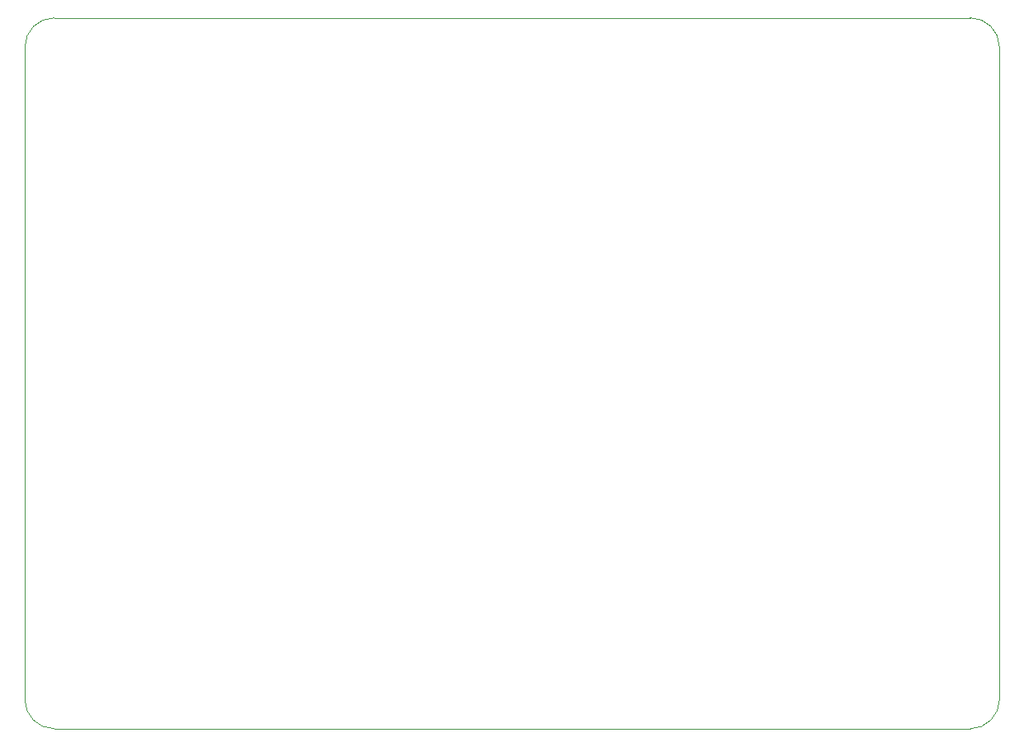
<source format=gm1>
G04 #@! TF.GenerationSoftware,KiCad,Pcbnew,7.0.9*
G04 #@! TF.CreationDate,2023-12-02T16:20:12-07:00*
G04 #@! TF.ProjectId,Fuel_Cell_Controller_Prototype,4675656c-5f43-4656-9c6c-5f436f6e7472,V1.0*
G04 #@! TF.SameCoordinates,Original*
G04 #@! TF.FileFunction,Profile,NP*
%FSLAX46Y46*%
G04 Gerber Fmt 4.6, Leading zero omitted, Abs format (unit mm)*
G04 Created by KiCad (PCBNEW 7.0.9) date 2023-12-02 16:20:12*
%MOMM*%
%LPD*%
G01*
G04 APERTURE LIST*
G04 #@! TA.AperFunction,Profile*
%ADD10C,0.100000*%
G04 #@! TD*
G04 APERTURE END LIST*
D10*
X199000000Y-66000000D02*
G75*
G03*
X196000000Y-63000000I-3000000J0D01*
G01*
X99000000Y-133000000D02*
G75*
G03*
X102000000Y-136000000I3000000J0D01*
G01*
X99000000Y-133000000D02*
X99000000Y-66000000D01*
X102000000Y-63000000D02*
X196000000Y-63000000D01*
X199000000Y-66000000D02*
X199000000Y-133000000D01*
X102000000Y-63000000D02*
G75*
G03*
X99000000Y-66000000I0J-3000000D01*
G01*
X196000000Y-136000000D02*
G75*
G03*
X199000000Y-133000000I0J3000000D01*
G01*
X196000000Y-136000000D02*
X102000000Y-136000000D01*
M02*

</source>
